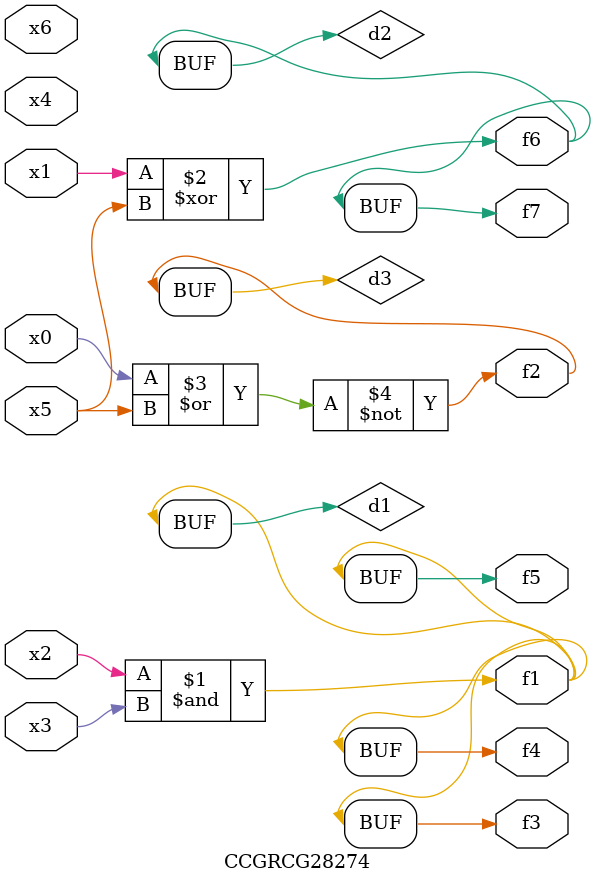
<source format=v>
module CCGRCG28274(
	input x0, x1, x2, x3, x4, x5, x6,
	output f1, f2, f3, f4, f5, f6, f7
);

	wire d1, d2, d3;

	and (d1, x2, x3);
	xor (d2, x1, x5);
	nor (d3, x0, x5);
	assign f1 = d1;
	assign f2 = d3;
	assign f3 = d1;
	assign f4 = d1;
	assign f5 = d1;
	assign f6 = d2;
	assign f7 = d2;
endmodule

</source>
